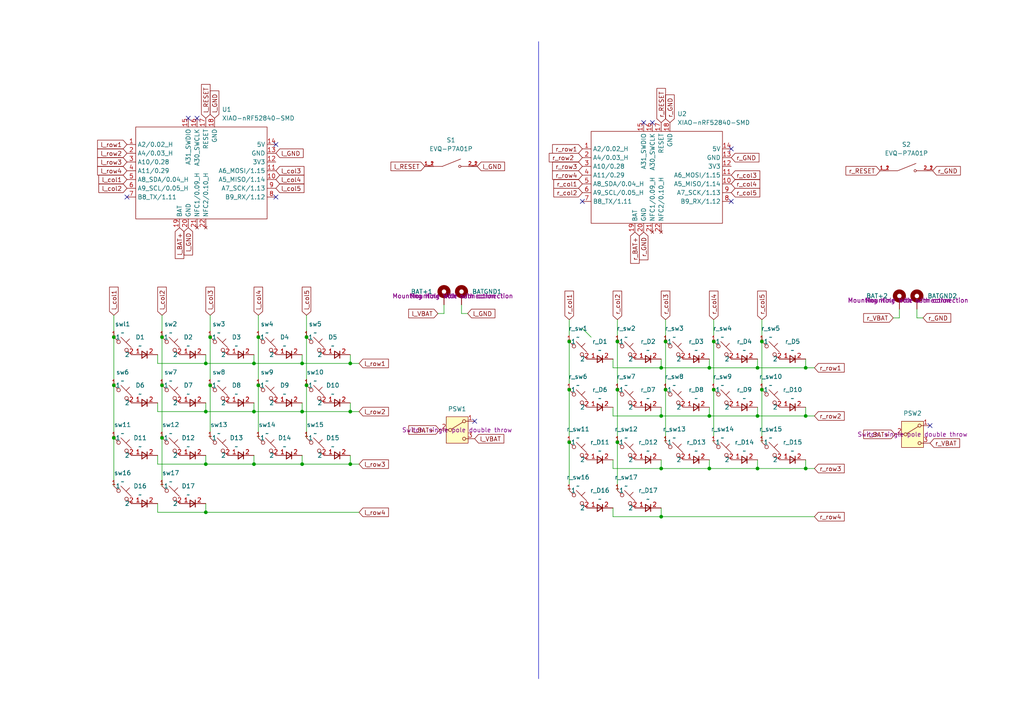
<source format=kicad_sch>
(kicad_sch (version 20250114) (generator "eeschema") (generator_version "9.0")
  (paper "A4")
  (lib_symbols
    (symbol "EVQ-P7A01P:EVQ-P7A01P" (pin_names (offset 1.016))
      (property "Reference" "S" (at -2.54 2.54 0))
      (property "Value" "EVQ-P7A01P" (at -2.54 -2.54 0))
      (symbol "EVQ-P7A01P_0_0"
        (polyline (pts (xy -2.54 0) (xy -5.08 0)) (stroke (width 0.1524)))
        (polyline (pts (xy -2.54 0) (xy 2.794 2.1336)) (stroke (width 0.1524)))
        (circle (center 2.54 0) (radius 0.3302) (stroke (width 0.1524)))
        (polyline (pts (xy 5.08 0) (xy 2.921 0)) (stroke (width 0.1524)))
        (pin passive line (at -7.62 0 0) (length 2.54) (name "~") (number "1_1"))
        (pin passive line (at -7.62 0 0) (length 2.54) (name "~") (number "1_2"))
        (pin passive line (at 7.62 0 180) (length 2.54) (name "~") (number "2_1"))
        (pin passive line (at 7.62 0 180) (length 2.54) (name "~") (number "2_2"))
      )
    )
    (symbol "Mechanical:MountingHole_Pad" (pin_numbers (hide yes)) (pin_names (offset 1.016) (hide yes)) (in_bom no)
      (property "Reference" "H" (at 0 6.35 0))
      (property "Value" "MountingHole_Pad" (at 0 4.445 0))
      (symbol "MountingHole_Pad_0_1"
        (circle (center 0 1.27) (radius 1.27) (stroke (width 1.27)))
      )
      (symbol "MountingHole_Pad_1_1"
        (pin input line (at 0 -2.54 90) (length 2.54) (name "1") (number "1"))
      )
    )
    (symbol "Switch:SW_SPDT" (pin_names (offset 0) (hide yes))
      (property "Reference" "SW" (at 0 5.08 0))
      (property "Value" "SW_SPDT" (at 0 -5.08 0))
      (symbol "SW_SPDT_0_1"
        (circle (center -2.032 0) (radius 0.4572))
        (polyline (pts (xy -1.651 0.254) (xy 1.651 2.286)))
        (circle (center 2.032 2.54) (radius 0.4572))
        (circle (center 2.032 -2.54) (radius 0.4572))
      )
      (symbol "SW_SPDT_1_1"
        (rectangle (start -3.175 3.81) (end 3.175 -3.81) (fill (type background)))
        (pin passive line (at -5.08 0 0) (length 2.54) (name "B") (number "2"))
        (pin passive line (at 5.08 2.54 180) (length 2.54) (name "A") (number "1"))
        (pin passive line (at 5.08 -2.54 180) (length 2.54) (name "C") (number "3"))
      )
    )
    (symbol "chocopi:d" (pin_names (hide yes))
      (property "Reference" "D" (at 0 0 0))
      (symbol "d_0_1"
        (polyline (pts (xy 0.508 -4.826) (xy 2.032 -3.81) (xy 0.508 -2.794) (xy 0.508 -4.826)) (stroke (width 0.254)))
        (polyline (pts (xy 2.032 -4.826) (xy 2.032 -2.794)) (stroke (width 0.254)))
      )
      (symbol "d_1_1"
        (pin passive line (at -2.54 -3.81 0) (length 3.81) (name "K") (number "1"))
        (pin passive line (at 5.08 -3.81 180) (length 3.81) (name "A") (number "2"))
      )
    )
    (symbol "chocopi:sw"
      (property "Reference" "sw" (at 0 0 0))
      (symbol "sw_0_1"
        (polyline (pts (xy -3.81 -2.54) (xy -2.794 -3.556) (xy -2.794 -3.556)))
        (circle (center -2.4384 -3.9116) (radius 0.508))
        (polyline (pts (xy -1.778 -2.54) (xy 1.27 -5.588)))
        (polyline (pts (xy -0.254 -4.064) (xy 0.762 -3.048)))
        (circle (center -0.127 -6.2738) (radius 0.508))
        (polyline (pts (xy 0.254 -6.604) (xy 1.27 -7.62) (xy 1.27 -7.62) (xy 1.27 -7.62)))
        (pin passive line (at -3.81 -2.54 0) (length 0) (name "1") (number "1"))
        (pin passive line (at 1.27 -7.62 180) (length 0) (name "2") (number "2"))
      )
    )
    (symbol "chocopi:xiao"
      (property "Reference" "U" (at 0 0 0))
      (symbol "xiao_0_1"
        (rectangle (start -2.54 -5.08) (end 35.56 -31.75))
      )
      (symbol "xiao_1_1"
        (pin bidirectional line (at -5.08 -10.16 0) (length 2.54) (name "A2/0.02_H") (number "1"))
        (pin bidirectional line (at -5.08 -12.7 0) (length 2.54) (name "A4/0.03_H") (number "2"))
        (pin bidirectional line (at -5.08 -15.24 0) (length 2.54) (name "A10/0.28") (number "3"))
        (pin bidirectional line (at -5.08 -17.78 0) (length 2.54) (name "A11/0.29") (number "4"))
        (pin bidirectional line (at -5.08 -20.32 0) (length 2.54) (name "A8_SDA/0.04_H") (number "5"))
        (pin bidirectional line (at -5.08 -22.86 0) (length 2.54) (name "A9_SCL/0.05_H") (number "6"))
        (pin bidirectional line (at -5.08 -25.4 0) (length 2.54) (name "B8_TX/1.11") (number "7"))
        (pin bidirectional line (at 10.16 -34.29 90) (length 2.54) (name "BAT") (number "19"))
        (pin input line (at 12.7 -2.54 270) (length 2.54) (name "A31_SWDIO") (number "15"))
        (pin power_out line (at 12.7 -34.29 90) (length 2.54) (name "GND") (number "20"))
        (pin input line (at 15.24 -2.54 270) (length 2.54) (name "A30_SWCLK") (number "16"))
        (pin no_connect line (at 15.24 -34.29 90) (length 2.54) (name "NFC1/0.09_H") (number "21"))
        (pin input line (at 17.78 -2.54 270) (length 2.54) (name "RESET") (number "17"))
        (pin no_connect line (at 17.78 -34.29 90) (length 2.54) (name "NFC2/0.10_H") (number "22"))
        (pin power_out line (at 20.32 -2.54 270) (length 2.54) (name "GND") (number "18"))
        (pin power_out line (at 38.1 -10.16 180) (length 2.54) (name "5V") (number "14"))
        (pin power_out line (at 38.1 -12.7 180) (length 2.54) (name "GND") (number "13"))
        (pin power_out line (at 38.1 -15.24 180) (length 2.54) (name "3V3") (number "12"))
        (pin bidirectional line (at 38.1 -17.78 180) (length 2.54) (name "A6_MOSI/1.15") (number "11"))
        (pin bidirectional line (at 38.1 -20.32 180) (length 2.54) (name "A5_MISO/1.14") (number "10"))
        (pin bidirectional line (at 38.1 -22.86 180) (length 2.54) (name "A7_SCK/1.13") (number "9"))
        (pin bidirectional line (at 38.1 -25.4 180) (length 2.54) (name "B9_RX/1.12") (number "8"))
      )
    )
  )
  (junction (at 220.98 99.06))
  (junction (at 74.93 97.79))
  (junction (at 179.07 99.06))
  (junction (at 219.71 135.89))
  (junction (at 88.9 97.79))
  (junction (at 87.63 134.62))
  (junction (at 191.77 135.89))
  (junction (at 220.98 113.03))
  (junction (at 46.99 127))
  (junction (at 191.77 106.68))
  (junction (at 33.02 127))
  (junction (at 233.68 135.89))
  (junction (at 60.96 97.79))
  (junction (at 87.63 105.41))
  (junction (at 74.93 111.76))
  (junction (at 165.1 99.06))
  (junction (at 101.6 134.62))
  (junction (at 179.07 128.27))
  (junction (at 165.1 113.03))
  (junction (at 219.71 120.65))
  (junction (at 59.69 134.62))
  (junction (at 33.02 97.79))
  (junction (at 33.02 111.76))
  (junction (at 59.69 148.59))
  (junction (at 219.71 106.68))
  (junction (at 73.66 119.38))
  (junction (at 193.04 99.06))
  (junction (at 205.74 120.65))
  (junction (at 233.68 120.65))
  (junction (at 59.69 105.41))
  (junction (at 59.69 119.38))
  (junction (at 60.96 111.76))
  (junction (at 46.99 111.76))
  (junction (at 88.9 111.76))
  (junction (at 165.1 128.27))
  (junction (at 191.77 120.65))
  (junction (at 233.68 106.68))
  (junction (at 101.6 119.38))
  (junction (at 205.74 135.89))
  (junction (at 191.77 149.86))
  (junction (at 87.63 119.38))
  (junction (at 101.6 105.41))
  (junction (at 46.99 97.79))
  (junction (at 207.01 99.06))
  (junction (at 207.01 113.03))
  (junction (at 205.74 106.68))
  (junction (at 73.66 134.62))
  (junction (at 73.66 105.41))
  (junction (at 179.07 113.03))
  (junction (at 193.04 113.03))
  (no_connect (at 80.01 41.91))
  (no_connect (at 186.69 35.56))
  (no_connect (at 57.15 34.29))
  (no_connect (at 80.01 57.15))
  (no_connect (at 212.09 58.42))
  (no_connect (at 269.748 123.444))
  (no_connect (at 168.91 58.42))
  (no_connect (at 212.09 43.18))
  (no_connect (at 137.668 122.174))
  (no_connect (at 54.61 34.29))
  (no_connect (at 189.23 35.56))
  (no_connect (at 36.83 57.15))
  (bus_entry (at 168.91 95.25) (size 2.54 2.54))
  (wire (pts (xy 33.02 127) (xy 33.02 140.97)))
  (wire (pts (xy 205.74 118.11) (xy 205.74 120.65)))
  (wire (pts (xy 259.08 92.202) (xy 260.858 92.202)))
  (wire (pts (xy 60.96 91.44) (xy 60.96 97.79)))
  (wire (pts (xy 191.77 120.65) (xy 205.74 120.65)))
  (wire (pts (xy 220.98 99.06) (xy 220.98 113.03)))
  (wire (pts (xy 87.63 116.84) (xy 87.63 119.38)))
  (wire (pts (xy 191.77 118.11) (xy 191.77 120.65)))
  (wire (pts (xy 128.778 90.932) (xy 128.778 88.392)))
  (wire (pts (xy 101.6 105.41) (xy 104.14 105.41)))
  (wire (pts (xy 101.6 119.38) (xy 104.14 119.38)))
  (wire (pts (xy 87.63 134.62) (xy 101.6 134.62)))
  (wire (pts (xy 219.71 133.35) (xy 219.71 135.89)))
  (wire (pts (xy 191.77 133.35) (xy 191.77 135.89)))
  (wire (pts (xy 46.99 97.79) (xy 46.99 111.76)))
  (wire (pts (xy 45.72 134.62) (xy 45.72 132.08)))
  (wire (pts (xy 33.02 111.76) (xy 33.02 127)))
  (wire (pts (xy 45.72 119.38) (xy 59.69 119.38)))
  (wire (pts (xy 207.01 92.71) (xy 207.01 99.06)))
  (wire (pts (xy 220.98 92.71) (xy 220.98 99.06)))
  (wire (pts (xy 233.68 135.89) (xy 233.68 133.35)))
  (wire (pts (xy 74.93 111.76) (xy 74.93 127)))
  (wire (pts (xy 219.71 120.65) (xy 233.68 120.65)))
  (wire (pts (xy 88.9 97.79) (xy 88.9 111.76)))
  (wire (pts (xy 191.77 147.32) (xy 191.77 149.86)))
  (wire (pts (xy 179.07 99.06) (xy 179.07 113.03)))
  (wire (pts (xy 60.96 97.79) (xy 60.96 111.76)))
  (wire (pts (xy 45.72 105.41) (xy 45.72 102.87)))
  (wire (pts (xy 73.66 119.38) (xy 87.63 119.38)))
  (wire (pts (xy 177.8 106.68) (xy 191.77 106.68)))
  (wire (pts (xy 177.8 149.86) (xy 191.77 149.86)))
  (wire (pts (xy 133.858 90.932) (xy 135.636 90.932)))
  (wire (pts (xy 101.6 119.38) (xy 101.6 116.84)))
  (wire (pts (xy 73.66 132.08) (xy 73.66 134.62)))
  (wire (pts (xy 207.01 113.03) (xy 207.01 128.27)))
  (wire (pts (xy 73.66 134.62) (xy 87.63 134.62)))
  (wire (pts (xy 45.72 119.38) (xy 45.72 116.84)))
  (wire (pts (xy 177.8 120.65) (xy 177.8 118.11)))
  (wire (pts (xy 177.8 149.86) (xy 177.8 147.32)))
  (wire (pts (xy 233.68 106.68) (xy 236.22 106.68)))
  (wire (pts (xy 265.938 92.202) (xy 267.716 92.202)))
  (wire (pts (xy 207.01 99.06) (xy 207.01 113.03)))
  (wire (pts (xy 133.858 88.392) (xy 133.858 90.932)))
  (wire (pts (xy 179.07 113.03) (xy 179.07 128.27)))
  (wire (pts (xy 101.6 105.41) (xy 101.6 102.87)))
  (wire (pts (xy 59.69 105.41) (xy 73.66 105.41)))
  (wire (pts (xy 73.66 102.87) (xy 73.66 105.41)))
  (wire (pts (xy 193.04 113.03) (xy 193.04 128.27)))
  (wire (pts (xy 233.68 120.65) (xy 236.22 120.65)))
  (wire (pts (xy 177.8 135.89) (xy 177.8 133.35)))
  (wire (pts (xy 45.72 134.62) (xy 59.69 134.62)))
  (wire (pts (xy 165.1 99.06) (xy 165.1 113.03)))
  (wire (pts (xy 87.63 102.87) (xy 87.63 105.41)))
  (wire (pts (xy 219.71 104.14) (xy 219.71 106.68)))
  (wire (pts (xy 87.63 105.41) (xy 101.6 105.41)))
  (wire (pts (xy 59.69 134.62) (xy 73.66 134.62)))
  (wire (pts (xy 73.66 116.84) (xy 73.66 119.38)))
  (wire (pts (xy 45.72 105.41) (xy 59.69 105.41)))
  (wire (pts (xy 191.77 135.89) (xy 205.74 135.89)))
  (wire (pts (xy 45.72 148.59) (xy 59.69 148.59)))
  (wire (pts (xy 179.07 128.27) (xy 179.07 142.24)))
  (wire (pts (xy 33.02 97.79) (xy 33.02 111.76)))
  (wire (pts (xy 205.74 135.89) (xy 219.71 135.89)))
  (wire (pts (xy 59.69 146.05) (xy 59.69 148.59)))
  (wire (pts (xy 59.69 132.08) (xy 59.69 134.62)))
  (wire (pts (xy 205.74 133.35) (xy 205.74 135.89)))
  (wire (pts (xy 219.71 106.68) (xy 233.68 106.68)))
  (wire (pts (xy 205.74 104.14) (xy 205.74 106.68)))
  (wire (pts (xy 165.1 128.27) (xy 165.1 142.24)))
  (wire (pts (xy 59.69 102.87) (xy 59.69 105.41)))
  (wire (pts (xy 46.99 127) (xy 46.99 140.97)))
  (wire (pts (xy 101.6 134.62) (xy 101.6 132.08)))
  (wire (pts (xy 179.07 92.71) (xy 179.07 99.06)))
  (wire (pts (xy 127 90.932) (xy 128.778 90.932)))
  (wire (pts (xy 74.93 91.44) (xy 74.93 97.79)))
  (wire (pts (xy 87.63 132.08) (xy 87.63 134.62)))
  (wire (pts (xy 205.74 120.65) (xy 219.71 120.65)))
  (wire (pts (xy 101.6 134.62) (xy 104.14 134.62)))
  (wire (pts (xy 73.66 105.41) (xy 87.63 105.41)))
  (wire (pts (xy 33.02 91.44) (xy 33.02 97.79)))
  (wire (pts (xy 87.63 119.38) (xy 101.6 119.38)))
  (wire (pts (xy 88.9 111.76) (xy 88.9 127)))
  (wire (pts (xy 219.71 118.11) (xy 219.71 120.65)))
  (polyline (pts (xy 156.21 12.065) (xy 156.21 196.85)))
  (wire (pts (xy 193.04 99.06) (xy 193.04 113.03)))
  (wire (pts (xy 177.8 120.65) (xy 191.77 120.65)))
  (wire (pts (xy 59.69 116.84) (xy 59.69 119.38)))
  (wire (pts (xy 165.1 113.03) (xy 165.1 128.27)))
  (wire (pts (xy 59.69 148.59) (xy 104.14 148.59)))
  (wire (pts (xy 260.858 92.202) (xy 260.858 89.662)))
  (wire (pts (xy 74.93 97.79) (xy 74.93 111.76)))
  (wire (pts (xy 46.99 91.44) (xy 46.99 97.79)))
  (wire (pts (xy 191.77 106.68) (xy 205.74 106.68)))
  (wire (pts (xy 220.98 113.03) (xy 220.98 128.27)))
  (wire (pts (xy 60.96 111.76) (xy 60.96 127)))
  (wire (pts (xy 177.8 135.89) (xy 191.77 135.89)))
  (wire (pts (xy 205.74 106.68) (xy 219.71 106.68)))
  (wire (pts (xy 191.77 149.86) (xy 236.22 149.86)))
  (wire (pts (xy 191.77 104.14) (xy 191.77 106.68)))
  (wire (pts (xy 265.938 89.662) (xy 265.938 92.202)))
  (wire (pts (xy 45.72 148.59) (xy 45.72 146.05)))
  (wire (pts (xy 177.8 106.68) (xy 177.8 104.14)))
  (wire (pts (xy 233.68 106.68) (xy 233.68 104.14)))
  (wire (pts (xy 59.69 119.38) (xy 73.66 119.38)))
  (wire (pts (xy 219.71 135.89) (xy 233.68 135.89)))
  (wire (pts (xy 88.9 91.44) (xy 88.9 97.79)))
  (wire (pts (xy 165.1 92.71) (xy 165.1 99.06)))
  (wire (pts (xy 46.99 111.76) (xy 46.99 127)))
  (wire (pts (xy 233.68 135.89) (xy 236.22 135.89)))
  (wire (pts (xy 193.04 92.71) (xy 193.04 99.06)))
  (wire (pts (xy 233.68 120.65) (xy 233.68 118.11)))
  (global_label "r_GND" (shape input) (at 270.51 49.53 0) (property "Intersheetrefs" "${INTERSHEET_REFS}" (effects (hide yes))))
  (global_label "l_col1" (shape input) (at 33.02 91.44 90) (property "Intersheetrefs" "${INTERSHEET_REFS}" (effects (hide yes))))
  (global_label "l_VBAT" (shape input) (at 127 90.932 180) (property "Intersheetrefs" "${INTERSHEET_REFS}" (effects (hide yes))))
  (global_label "l_row3" (shape input) (at 36.83 46.99 180) (property "Intersheetrefs" "${INTERSHEET_REFS}" (effects (hide yes))))
  (global_label "l_BAT+" (shape input) (at 127.508 124.714 180) (property "Intersheetrefs" "${INTERSHEET_REFS}" (effects (hide yes))))
  (global_label "r_row4" (shape input) (at 168.91 50.8 180) (property "Intersheetrefs" "${INTERSHEET_REFS}" (effects (hide yes))))
  (global_label "l_col3" (shape input) (at 80.01 49.53 0) (property "Intersheetrefs" "${INTERSHEET_REFS}" (effects (hide yes))))
  (global_label "l_col1" (shape input) (at 36.83 52.07 180) (property "Intersheetrefs" "${INTERSHEET_REFS}" (effects (hide yes))))
  (global_label "l_GND" (shape input) (at 138.43 48.26 0) (property "Intersheetrefs" "${INTERSHEET_REFS}" (effects (hide yes))))
  (global_label "r_row4" (shape input) (at 236.22 149.86 0) (property "Intersheetrefs" "${INTERSHEET_REFS}" (effects (hide yes))))
  (global_label "r_GND" (shape input) (at 267.716 92.202 0) (property "Intersheetrefs" "${INTERSHEET_REFS}" (effects (hide yes))))
  (global_label "l_row2" (shape input) (at 36.83 44.45 180) (property "Intersheetrefs" "${INTERSHEET_REFS}" (effects (hide yes))))
  (global_label "l_col2" (shape input) (at 36.83 54.61 180) (property "Intersheetrefs" "${INTERSHEET_REFS}" (effects (hide yes))))
  (global_label "l_GND" (shape input) (at 135.636 90.932 0) (property "Intersheetrefs" "${INTERSHEET_REFS}" (effects (hide yes))))
  (global_label "l_row2" (shape input) (at 104.14 119.38 0) (property "Intersheetrefs" "${INTERSHEET_REFS}" (effects (hide yes))))
  (global_label "r_GND" (shape input) (at 194.31 35.56 90) (property "Intersheetrefs" "${INTERSHEET_REFS}" (effects (hide yes))))
  (global_label "r_GND" (shape input) (at 186.69 67.31 270) (property "Intersheetrefs" "${INTERSHEET_REFS}" (effects (hide yes))))
  (global_label "r_BAT+" (shape input) (at 259.588 125.984 180) (property "Intersheetrefs" "${INTERSHEET_REFS}" (effects (hide yes))))
  (global_label "r_RESET" (shape input) (at 255.27 49.53 180) (property "Intersheetrefs" "${INTERSHEET_REFS}" (effects (hide yes))))
  (global_label "r_col5" (shape input) (at 220.98 92.71 90) (property "Intersheetrefs" "${INTERSHEET_REFS}" (effects (hide yes))))
  (global_label "r_GND" (shape input) (at 212.09 45.72 0) (property "Intersheetrefs" "${INTERSHEET_REFS}" (effects (hide yes))))
  (global_label "r_row1" (shape input) (at 168.91 43.18 180) (property "Intersheetrefs" "${INTERSHEET_REFS}" (effects (hide yes))))
  (global_label "r_col1" (shape input) (at 168.91 53.34 180) (property "Intersheetrefs" "${INTERSHEET_REFS}" (effects (hide yes))))
  (global_label "l_GND" (shape input) (at 62.23 34.29 90) (property "Intersheetrefs" "${INTERSHEET_REFS}" (effects (hide yes))))
  (global_label "r_row2 " (shape input) (at 168.91 45.72 180) (property "Intersheetrefs" "${INTERSHEET_REFS}" (effects (hide yes))))
  (global_label "r_row3" (shape input) (at 236.22 135.89 0) (property "Intersheetrefs" "${INTERSHEET_REFS}" (effects (hide yes))))
  (global_label "l_col4" (shape input) (at 74.93 91.44 90) (property "Intersheetrefs" "${INTERSHEET_REFS}" (effects (hide yes))))
  (global_label "l_row1" (shape input) (at 104.14 105.41 0) (property "Intersheetrefs" "${INTERSHEET_REFS}" (effects (hide yes))))
  (global_label "l_GND" (shape input) (at 54.61 66.04 270) (property "Intersheetrefs" "${INTERSHEET_REFS}" (effects (hide yes))))
  (global_label "r_col2" (shape input) (at 168.91 55.88 180) (property "Intersheetrefs" "${INTERSHEET_REFS}" (effects (hide yes))))
  (global_label "l_col5" (shape input) (at 88.9 91.44 90) (property "Intersheetrefs" "${INTERSHEET_REFS}" (effects (hide yes))))
  (global_label "r_col1" (shape input) (at 165.1 92.71 90) (property "Intersheetrefs" "${INTERSHEET_REFS}" (effects (hide yes))))
  (global_label "l_GND" (shape input) (at 80.01 44.45 0) (property "Intersheetrefs" "${INTERSHEET_REFS}" (effects (hide yes))))
  (global_label "r_col4" (shape input) (at 212.09 53.34 0) (property "Intersheetrefs" "${INTERSHEET_REFS}" (effects (hide yes))))
  (global_label "l_col3" (shape input) (at 60.96 91.44 90) (property "Intersheetrefs" "${INTERSHEET_REFS}" (effects (hide yes))))
  (global_label "r_VBAT" (shape input) (at 259.08 92.202 180) (property "Intersheetrefs" "${INTERSHEET_REFS}" (effects (hide yes))))
  (global_label "r_row3" (shape input) (at 168.91 48.26 180) (property "Intersheetrefs" "${INTERSHEET_REFS}" (effects (hide yes))))
  (global_label "l_row1" (shape input) (at 36.83 41.91 180) (property "Intersheetrefs" "${INTERSHEET_REFS}" (effects (hide yes))))
  (global_label "l_RESET" (shape input) (at 59.69 34.29 90) (property "Intersheetrefs" "${INTERSHEET_REFS}" (effects (hide yes))))
  (global_label "l_col5" (shape input) (at 80.01 54.61 0) (property "Intersheetrefs" "${INTERSHEET_REFS}" (effects (hide yes))))
  (global_label "l_BAT+" (shape input) (at 52.07 66.04 270) (property "Intersheetrefs" "${INTERSHEET_REFS}" (effects (hide yes))))
  (global_label "r_col2" (shape input) (at 179.07 92.71 90) (property "Intersheetrefs" "${INTERSHEET_REFS}" (effects (hide yes))))
  (global_label "l_col2" (shape input) (at 46.99 91.44 90) (property "Intersheetrefs" "${INTERSHEET_REFS}" (effects (hide yes))))
  (global_label "l_VBAT" (shape input) (at 137.668 127.254 0) (property "Intersheetrefs" "${INTERSHEET_REFS}" (effects (hide yes))))
  (global_label "r_col3" (shape input) (at 212.09 50.8 0) (property "Intersheetrefs" "${INTERSHEET_REFS}" (effects (hide yes))))
  (global_label "l_row4" (shape input) (at 36.83 49.53 180) (property "Intersheetrefs" "${INTERSHEET_REFS}" (effects (hide yes))))
  (global_label "r_col4" (shape input) (at 207.01 92.71 90) (property "Intersheetrefs" "${INTERSHEET_REFS}" (effects (hide yes))))
  (global_label "l_row3" (shape input) (at 104.14 134.62 0) (property "Intersheetrefs" "${INTERSHEET_REFS}" (effects (hide yes))))
  (global_label "l_row4" (shape input) (at 104.14 148.59 0) (property "Intersheetrefs" "${INTERSHEET_REFS}" (effects (hide yes))))
  (global_label "r_VBAT" (shape input) (at 269.748 128.524 0) (property "Intersheetrefs" "${INTERSHEET_REFS}" (effects (hide yes))))
  (global_label "l_RESET" (shape input) (at 123.19 48.26 180) (property "Intersheetrefs" "${INTERSHEET_REFS}" (effects (hide yes))))
  (global_label "r_col5" (shape input) (at 212.09 55.88 0) (property "Intersheetrefs" "${INTERSHEET_REFS}" (effects (hide yes))))
  (global_label "r_col3" (shape input) (at 193.04 92.71 90) (property "Intersheetrefs" "${INTERSHEET_REFS}" (effects (hide yes))))
  (global_label "l_col4" (shape input) (at 80.01 52.07 0) (property "Intersheetrefs" "${INTERSHEET_REFS}" (effects (hide yes))))
  (global_label "r_RESET" (shape input) (at 191.77 35.56 90) (property "Intersheetrefs" "${INTERSHEET_REFS}" (effects (hide yes))))
  (global_label "r_BAT+" (shape input) (at 184.15 67.31 270) (property "Intersheetrefs" "${INTERSHEET_REFS}" (effects (hide yes))))
  (global_label "r_row1" (shape input) (at 236.22 106.68 0) (property "Intersheetrefs" "${INTERSHEET_REFS}" (effects (hide yes))))
  (global_label "r_row2" (shape input) (at 236.22 120.65 0) (property "Intersheetrefs" "${INTERSHEET_REFS}" (effects (hide yes))))
  (symbol (lib_id "chocopi:sw") (at 36.83 109.22 0) (unit 1)
    (property "Reference" "sw6" (at 35.56 107.95 0))
    (property "Value" "~" (at 35.56 110.49 0))
    (property "Footprint" "chocopi:Cherry_ULP_SMD" (effects (hide yes)))
  )
  (symbol (lib_id "Mechanical:MountingHole_Pad") (at 265.938 87.122 0) (unit 1)
    (property "Reference" "BATGND2" (at 268.986 85.852 0) (effects (justify left)))
    (property "Value" "-" (effects (hide yes)))
    (property "Footprint" "chocopi:BatteryPad" (effects (hide yes)))
    (property "Description" "Mounting Hole with connection" (at 265.938 87.122 0))
  )
  (symbol (lib_id "Switch:SW_SPDT") (at 132.588 124.714 0) (unit 1)
    (property "Reference" "PSW1" (at 132.588 118.618 0))
    (property "Value" "SW_SPDT" (effects (hide yes)))
    (property "Footprint" "chocopi:MSK12C02" (effects (hide yes)))
    (property "Description" "Switch, single pole double throw" (at 132.588 124.714 0))
  )
  (symbol (lib_id "Mechanical:MountingHole_Pad") (at 128.778 85.852 0) (unit 1)
    (property "Reference" "BAT+1" (at 125.476 84.582 0) (effects (justify right)))
    (property "Value" "+" (effects (hide yes)))
    (property "Footprint" "chocopi:BatteryPad" (effects (hide yes)))
    (property "Description" "Mounting Hole with connection" (at 128.778 85.852 0))
  )
  (symbol (lib_id "chocopi:sw") (at 224.79 110.49 0) (unit 1)
    (property "Reference" "r_sw10" (at 223.52 109.22 0))
    (property "Value" "~" (at 223.52 111.76 0))
    (property "Footprint" "chocopi:Cherry_ULP_SMD" (effects (hide yes)))
  )
  (symbol (lib_id "chocopi:d") (at 68.58 113.03 0) (unit 1)
    (property "Reference" "D8" (at 68.58 111.76 0))
    (property "Value" "~" (at 68.58 114.3 0))
    (property "Footprint" "chocopi:Diode_SOD123" (effects (hide yes)))
  )
  (symbol (lib_id "Mechanical:MountingHole_Pad") (at 133.858 85.852 0) (unit 1)
    (property "Reference" "BATGND1" (at 136.906 84.582 0) (effects (justify left)))
    (property "Value" "-" (effects (hide yes)))
    (property "Footprint" "chocopi:BatteryPad" (effects (hide yes)))
    (property "Description" "Mounting Hole with connection" (at 133.858 85.852 0))
  )
  (symbol (lib_id "chocopi:d") (at 40.64 99.06 0) (unit 1)
    (property "Reference" "D1" (at 40.64 97.79 0))
    (property "Value" "~" (at 40.64 100.33 0))
    (property "Footprint" "chocopi:Diode_SOD123" (effects (hide yes)))
  )
  (symbol (lib_id "chocopi:d") (at 200.66 114.3 0) (unit 1)
    (property "Reference" "r_D8" (at 201.93 113.03 0))
    (property "Value" "~" (at 201.93 115.57 0))
    (property "Footprint" "chocopi:Diode_SOD123" (effects (hide yes)))
  )
  (symbol (lib_id "chocopi:sw") (at 78.74 95.25 0) (unit 1)
    (property "Reference" "sw4" (at 77.47 93.98 0))
    (property "Value" "~" (at 77.47 96.52 0))
    (property "Footprint" "chocopi:Cherry_ULP_SMD" (effects (hide yes)))
  )
  (symbol (lib_id "chocopi:sw") (at 36.83 138.43 0) (unit 1)
    (property "Reference" "sw16" (at 35.56 137.16 0))
    (property "Value" "~" (at 35.56 139.7 0))
    (property "Footprint" "chocopi:Cherry_ULP_SMD" (effects (hide yes)))
  )
  (symbol (lib_id "chocopi:sw") (at 196.85 110.49 0) (unit 1)
    (property "Reference" "r_sw8" (at 195.58 109.22 0))
    (property "Value" "~" (at 195.58 111.76 0))
    (property "Footprint" "chocopi:Cherry_ULP_SMD" (effects (hide yes)))
  )
  (symbol (lib_id "Switch:SW_SPDT") (at 264.668 125.984 0) (unit 1)
    (property "Reference" "PSW2" (at 264.668 119.888 0))
    (property "Value" "SW_SPDT" (effects (hide yes)))
    (property "Footprint" "chocopi:MSK12C02" (effects (hide yes)))
    (property "Description" "Switch, single pole double throw" (at 264.668 125.984 0))
  )
  (symbol (lib_id "chocopi:sw") (at 210.82 96.52 0) (unit 1)
    (property "Reference" "r_sw4" (at 209.55 95.25 0))
    (property "Value" "~" (at 209.55 97.79 0))
    (property "Footprint" "chocopi:Cherry_ULP_SMD" (effects (hide yes)))
  )
  (symbol (lib_id "chocopi:d") (at 214.63 114.3 0) (unit 1)
    (property "Reference" "r_D9" (at 215.9 113.03 0))
    (property "Value" "~" (at 215.9 115.57 0))
    (property "Footprint" "chocopi:Diode_SOD123" (effects (hide yes)))
  )
  (symbol (lib_id "chocopi:sw") (at 182.88 110.49 0) (unit 1)
    (property "Reference" "r_sw7" (at 181.61 109.22 0))
    (property "Value" "~" (at 181.61 111.76 0))
    (property "Footprint" "chocopi:Cherry_ULP_SMD" (effects (hide yes)))
  )
  (symbol (lib_id "chocopi:sw") (at 210.82 110.49 0) (unit 1)
    (property "Reference" "r_sw9" (at 209.55 109.22 0))
    (property "Value" "~" (at 209.55 111.76 0))
    (property "Footprint" "chocopi:Cherry_ULP_SMD" (effects (hide yes)))
  )
  (symbol (lib_id "chocopi:sw") (at 64.77 95.25 0) (unit 1)
    (property "Reference" "sw3" (at 63.5 93.98 0))
    (property "Value" "~" (at 63.5 96.52 0))
    (property "Footprint" "chocopi:Cherry_ULP_SMD" (effects (hide yes)))
  )
  (symbol (lib_id "chocopi:d") (at 186.69 143.51 0) (unit 1)
    (property "Reference" "r_D17" (at 187.96 142.24 0))
    (property "Value" "~" (at 187.96 144.78 0))
    (property "Footprint" "chocopi:Diode_SOD123" (effects (hide yes)))
  )
  (symbol (lib_id "chocopi:sw") (at 210.82 125.73 0) (unit 1)
    (property "Reference" "r_sw14" (at 209.55 124.46 0))
    (property "Value" "~" (at 209.55 127 0))
    (property "Footprint" "chocopi:Cherry_ULP_SMD" (effects (hide yes)))
  )
  (symbol (lib_id "chocopi:sw") (at 50.8 95.25 0) (unit 1)
    (property "Reference" "sw2" (at 49.53 93.98 0))
    (property "Value" "~" (at 49.53 96.52 0))
    (property "Footprint" "chocopi:Cherry_ULP_SMD" (effects (hide yes)))
  )
  (symbol (lib_id "chocopi:d") (at 40.64 128.27 0) (unit 1)
    (property "Reference" "D11" (at 40.64 127 0))
    (property "Value" "~" (at 40.64 129.54 0))
    (property "Footprint" "chocopi:Diode_SOD123" (effects (hide yes)))
  )
  (symbol (lib_id "chocopi:d") (at 40.64 113.03 0) (unit 1)
    (property "Reference" "D6" (at 40.64 111.76 0))
    (property "Value" "~" (at 40.64 114.3 0))
    (property "Footprint" "chocopi:Diode_SOD123" (effects (hide yes)))
  )
  (symbol (lib_id "EVQ-P7A01P:EVQ-P7A01P") (at 130.81 48.26 0) (unit 1)
    (property "Reference" "S1" (at 130.81 40.64 0))
    (property "Value" "EVQ-P7A01P" (at 130.81 43.18 0))
    (property "Footprint" "chocopi:SW_EVQ-P7A01P" (effects (hide yes)))
    (property "MF" "Panasonic Electronic Components" (effects (hide yes)))
    (property "MAXIMUM_PACKAGE_HEIGHT" "1.35mm" (effects (hide yes)))
    (property "Package" "None" (effects (hide yes)))
    (property "Price" "None" (effects (hide yes)))
    (property "Check_prices" "https://www.snapeda.com/parts/EVQ-P7A01P/Panasonic+Electronic+Components/view-part/?ref=eda" (effects (hide yes)))
    (property "STANDARD" "Manufacturer Recommendations" (effects (hide yes)))
    (property "PARTREV" "2022.4" (effects (hide yes)))
    (property "SnapEDA_Link" "https://www.snapeda.com/parts/EVQ-P7A01P/Panasonic+Electronic+Components/view-part/?ref=snap" (effects (hide yes)))
    (property "MP" "EVQ-P7A01P" (effects (hide yes)))
    (property "Description_1" "Switch;Tactile;3.5x2.9mm;Right Angle;Light Touch Switch | Panasonic Electronic Components EVQ-P7A01P" (effects (hide yes)))
    (property "Availability" "In Stock" (effects (hide yes)))
    (property "MANUFACTURER" "Panasonic Electronic Components" (effects (hide yes)))
  )
  (symbol (lib_id "chocopi:d") (at 54.61 142.24 0) (unit 1)
    (property "Reference" "D17" (at 54.61 140.97 0))
    (property "Value" "~" (at 54.61 143.51 0))
    (property "Footprint" "chocopi:Diode_SOD123" (effects (hide yes)))
  )
  (symbol (lib_id "chocopi:d") (at 82.55 113.03 0) (unit 1)
    (property "Reference" "D9" (at 82.55 111.76 0))
    (property "Value" "~" (at 82.55 114.3 0))
    (property "Footprint" "chocopi:Diode_SOD123" (effects (hide yes)))
  )
  (symbol (lib_id "chocopi:d") (at 172.72 114.3 0) (unit 1)
    (property "Reference" "r_D6" (at 173.99 113.03 0))
    (property "Value" "~" (at 173.99 115.57 0))
    (property "Footprint" "chocopi:Diode_SOD123" (effects (hide yes)))
  )
  (symbol (lib_id "chocopi:sw") (at 50.8 124.46 0) (unit 1)
    (property "Reference" "sw12" (at 49.53 123.19 0))
    (property "Value" "~" (at 49.53 125.73 0))
    (property "Footprint" "chocopi:Cherry_ULP_SMD" (effects (hide yes)))
  )
  (symbol (lib_id "chocopi:sw") (at 224.79 96.52 0) (unit 1)
    (property "Reference" "r_sw5" (at 223.52 95.25 0))
    (property "Value" "~" (at 223.52 97.79 0))
    (property "Footprint" "chocopi:Cherry_ULP_SMD" (effects (hide yes)))
  )
  (symbol (lib_id "chocopi:d") (at 54.61 99.06 0) (unit 1)
    (property "Reference" "D2" (at 54.61 97.79 0))
    (property "Value" "~" (at 54.61 100.33 0))
    (property "Footprint" "chocopi:Diode_SOD123" (effects (hide yes)))
  )
  (symbol (lib_id "chocopi:d") (at 186.69 100.33 0) (unit 1)
    (property "Reference" "r_D2" (at 187.96 99.06 0))
    (property "Value" "~" (at 187.96 101.6 0))
    (property "Footprint" "chocopi:Diode_SOD123" (effects (hide yes)))
  )
  (symbol (lib_id "Mechanical:MountingHole_Pad") (at 260.858 87.122 0) (unit 1)
    (property "Reference" "BAT+2" (at 257.556 85.852 0) (effects (justify right)))
    (property "Value" "+" (effects (hide yes)))
    (property "Footprint" "chocopi:BatteryPad" (effects (hide yes)))
    (property "Description" "Mounting Hole with connection" (at 260.858 87.122 0))
  )
  (symbol (lib_id "chocopi:sw") (at 182.88 139.7 0) (unit 1)
    (property "Reference" "r_sw17" (at 181.61 138.43 0))
    (property "Value" "~" (at 181.61 140.97 0))
    (property "Footprint" "chocopi:Cherry_ULP_SMD" (effects (hide yes)))
  )
  (symbol (lib_id "chocopi:xiao") (at 173.99 33.02 0) (unit 1)
    (property "Reference" "U2" (at 196.4533 33.02 0) (effects (justify left)))
    (property "Value" "XIAO-nRF52840-SMD" (at 196.4533 35.56 0) (effects (justify left)))
    (property "Footprint" "chocopi:xiao-ble-smd-cutout" (effects (hide yes)))
  )
  (symbol (lib_id "chocopi:sw") (at 168.91 125.73 0) (unit 1)
    (property "Reference" "r_sw11" (at 167.64 124.46 0))
    (property "Value" "~" (at 167.64 127 0))
    (property "Footprint" "chocopi:Cherry_ULP_SMD" (effects (hide yes)))
  )
  (symbol (lib_id "chocopi:sw") (at 182.88 125.73 0) (unit 1)
    (property "Reference" "r_sw12" (at 181.61 124.46 0))
    (property "Value" "~" (at 181.61 127 0))
    (property "Footprint" "chocopi:Cherry_ULP_SMD" (effects (hide yes)))
  )
  (symbol (lib_id "chocopi:d") (at 96.52 128.27 0) (unit 1)
    (property "Reference" "D15" (at 96.52 127 0))
    (property "Value" "~" (at 96.52 129.54 0))
    (property "Footprint" "chocopi:Diode_SOD123" (effects (hide yes)))
  )
  (symbol (lib_id "chocopi:d") (at 96.52 113.03 0) (unit 1)
    (property "Reference" "D10" (at 96.52 111.76 0))
    (property "Value" "~" (at 96.52 114.3 0))
    (property "Footprint" "chocopi:Diode_SOD123" (effects (hide yes)))
  )
  (symbol (lib_id "chocopi:d") (at 214.63 129.54 0) (unit 1)
    (property "Reference" "r_D14" (at 215.9 128.27 0))
    (property "Value" "~" (at 215.9 130.81 0))
    (property "Footprint" "chocopi:Diode_SOD123" (effects (hide yes)))
  )
  (symbol (lib_id "chocopi:d") (at 172.72 143.51 0) (unit 1)
    (property "Reference" "r_D16" (at 173.99 142.24 0))
    (property "Value" "~" (at 173.99 144.78 0))
    (property "Footprint" "chocopi:Diode_SOD123" (effects (hide yes)))
  )
  (symbol (lib_id "chocopi:sw") (at 50.8 109.22 0) (unit 1)
    (property "Reference" "sw7" (at 49.53 107.95 0))
    (property "Value" "~" (at 49.53 110.49 0))
    (property "Footprint" "chocopi:Cherry_ULP_SMD" (effects (hide yes)))
  )
  (symbol (lib_id "chocopi:d") (at 40.64 142.24 0) (unit 1)
    (property "Reference" "D16" (at 40.64 140.97 0))
    (property "Value" "~" (at 40.64 143.51 0))
    (property "Footprint" "chocopi:Diode_SOD123" (effects (hide yes)))
  )
  (symbol (lib_id "chocopi:d") (at 54.61 128.27 0) (unit 1)
    (property "Reference" "D12" (at 54.61 127 0))
    (property "Value" "~" (at 54.61 129.54 0))
    (property "Footprint" "chocopi:Diode_SOD123" (effects (hide yes)))
  )
  (symbol (lib_id "chocopi:sw") (at 168.91 110.49 0) (unit 1)
    (property "Reference" "r_sw6" (at 167.64 109.22 0))
    (property "Value" "~" (at 167.64 111.76 0))
    (property "Footprint" "chocopi:Cherry_ULP_SMD" (effects (hide yes)))
  )
  (symbol (lib_id "chocopi:sw") (at 196.85 96.52 0) (unit 1)
    (property "Reference" "r_sw3" (at 195.58 95.25 0))
    (property "Value" "~" (at 195.58 97.79 0))
    (property "Footprint" "chocopi:Cherry_ULP_SMD" (effects (hide yes)))
  )
  (symbol (lib_id "chocopi:sw") (at 78.74 109.22 0) (unit 1)
    (property "Reference" "sw9" (at 77.47 107.95 0))
    (property "Value" "~" (at 77.47 110.49 0))
    (property "Footprint" "chocopi:Cherry_ULP_SMD" (effects (hide yes)))
  )
  (symbol (lib_id "chocopi:sw") (at 50.8 138.43 0) (unit 1)
    (property "Reference" "sw17" (at 49.53 137.16 0))
    (property "Value" "~" (at 49.53 139.7 0))
    (property "Footprint" "chocopi:Cherry_ULP_SMD" (effects (hide yes)))
  )
  (symbol (lib_id "chocopi:d") (at 68.58 128.27 0) (unit 1)
    (property "Reference" "D13" (at 68.58 127 0))
    (property "Value" "~" (at 68.58 129.54 0))
    (property "Footprint" "chocopi:Diode_SOD123" (effects (hide yes)))
  )
  (symbol (lib_id "chocopi:sw") (at 182.88 96.52 0) (unit 1)
    (property "Reference" "r_sw2" (at 181.61 95.25 0))
    (property "Value" "~" (at 181.61 97.79 0))
    (property "Footprint" "chocopi:Cherry_ULP_SMD" (effects (hide yes)))
  )
  (symbol (lib_id "chocopi:d") (at 68.58 99.06 0) (unit 1)
    (property "Reference" "D3" (at 68.58 97.79 0))
    (property "Value" "~" (at 68.58 100.33 0))
    (property "Footprint" "chocopi:Diode_SOD123" (effects (hide yes)))
  )
  (symbol (lib_id "chocopi:sw") (at 64.77 124.46 0) (unit 1)
    (property "Reference" "sw13" (at 63.5 123.19 0))
    (property "Value" "~" (at 63.5 125.73 0))
    (property "Footprint" "chocopi:Cherry_ULP_SMD" (effects (hide yes)))
  )
  (symbol (lib_id "chocopi:d") (at 172.72 129.54 0) (unit 1)
    (property "Reference" "r_D11" (at 173.99 128.27 0))
    (property "Value" "~" (at 173.99 130.81 0))
    (property "Footprint" "chocopi:Diode_SOD123" (effects (hide yes)))
  )
  (symbol (lib_id "chocopi:d") (at 228.6 100.33 0) (unit 1)
    (property "Reference" "r_D5" (at 229.87 99.06 0))
    (property "Value" "~" (at 229.87 101.6 0))
    (property "Footprint" "chocopi:Diode_SOD123" (effects (hide yes)))
  )
  (symbol (lib_id "chocopi:d") (at 54.61 113.03 0) (unit 1)
    (property "Reference" "D7" (at 54.61 111.76 0))
    (property "Value" "~" (at 54.61 114.3 0))
    (property "Footprint" "chocopi:Diode_SOD123" (effects (hide yes)))
  )
  (symbol (lib_id "chocopi:sw") (at 78.74 124.46 0) (unit 1)
    (property "Reference" "sw14" (at 77.47 123.19 0))
    (property "Value" "~" (at 77.47 125.73 0))
    (property "Footprint" "chocopi:Cherry_ULP_SMD" (effects (hide yes)))
  )
  (symbol (lib_id "chocopi:d") (at 228.6 114.3 0) (unit 1)
    (property "Reference" "r_D10" (at 229.87 113.03 0))
    (property "Value" "~" (at 229.87 115.57 0))
    (property "Footprint" "chocopi:Diode_SOD123" (effects (hide yes)))
  )
  (symbol (lib_id "chocopi:d") (at 228.6 129.54 0) (unit 1)
    (property "Reference" "r_D15" (at 229.87 128.27 0))
    (property "Value" "~" (at 229.87 130.81 0))
    (property "Footprint" "chocopi:Diode_SOD123" (effects (hide yes)))
  )
  (symbol (lib_id "chocopi:d") (at 96.52 99.06 0) (unit 1)
    (property "Reference" "D5" (at 96.52 97.79 0))
    (property "Value" "~" (at 96.52 100.33 0))
    (property "Footprint" "chocopi:Diode_SOD123" (effects (hide yes)))
  )
  (symbol (lib_id "chocopi:sw") (at 196.85 125.73 0) (unit 1)
    (property "Reference" "r_sw13" (at 195.58 124.46 0))
    (property "Value" "~" (at 195.58 127 0))
    (property "Footprint" "chocopi:Cherry_ULP_SMD" (effects (hide yes)))
  )
  (symbol (lib_id "chocopi:sw") (at 64.77 109.22 0) (unit 1)
    (property "Reference" "sw8" (at 63.5 107.95 0))
    (property "Value" "~" (at 63.5 110.49 0))
    (property "Footprint" "chocopi:Cherry_ULP_SMD" (effects (hide yes)))
  )
  (symbol (lib_id "chocopi:xiao") (at 41.91 31.75 0) (unit 1)
    (property "Reference" "U1" (at 64.3733 31.75 0) (effects (justify left)))
    (property "Value" "XIAO-nRF52840-SMD" (at 64.3733 34.29 0) (effects (justify left)))
    (property "Footprint" "chocopi:xiao-ble-smd-cutout" (effects (hide yes)))
  )
  (symbol (lib_id "chocopi:sw") (at 92.71 95.25 0) (unit 1)
    (property "Reference" "sw5" (at 91.44 93.98 0))
    (property "Value" "~" (at 91.44 96.52 0))
    (property "Footprint" "chocopi:Cherry_ULP_SMD" (effects (hide yes)))
  )
  (symbol (lib_id "chocopi:d") (at 200.66 129.54 0) (unit 1)
    (property "Reference" "r_D13" (at 201.93 128.27 0))
    (property "Value" "~" (at 201.93 130.81 0))
    (property "Footprint" "chocopi:Diode_SOD123" (effects (hide yes)))
  )
  (symbol (lib_id "chocopi:sw") (at 224.79 125.73 0) (unit 1)
    (property "Reference" "r_sw15" (at 223.52 124.46 0))
    (property "Value" "~" (at 223.52 127 0))
    (property "Footprint" "chocopi:Cherry_ULP_SMD" (effects (hide yes)))
  )
  (symbol (lib_id "chocopi:d") (at 186.69 129.54 0) (unit 1)
    (property "Reference" "r_D12" (at 187.96 128.27 0))
    (property "Value" "~" (at 187.96 130.81 0))
    (property "Footprint" "chocopi:Diode_SOD123" (effects (hide yes)))
  )
  (symbol (lib_id "chocopi:d") (at 82.55 99.06 0) (unit 1)
    (property "Reference" "D4" (at 82.55 97.79 0))
    (property "Value" "~" (at 82.55 100.33 0))
    (property "Footprint" "chocopi:Diode_SOD123" (effects (hide yes)))
  )
  (symbol (lib_id "chocopi:d") (at 214.63 100.33 0) (unit 1)
    (property "Reference" "r_D4" (at 215.9 99.06 0))
    (property "Value" "~" (at 215.9 101.6 0))
    (property "Footprint" "chocopi:Diode_SOD123" (effects (hide yes)))
  )
  (symbol (lib_id "chocopi:sw") (at 168.91 96.52 0) (unit 1)
    (property "Reference" "r_sw1" (at 167.64 95.25 0))
    (property "Value" "~" (at 167.64 97.79 0))
    (property "Footprint" "chocopi:Cherry_ULP_SMD" (effects (hide yes)))
  )
  (symbol (lib_id "chocopi:sw") (at 36.83 95.25 0) (unit 1)
    (property "Reference" "swl1" (at 35.56 93.98 0))
    (property "Value" "~" (at 35.56 96.52 0))
    (property "Footprint" "chocopi:Cherry_ULP_SMD" (effects (hide yes)))
  )
  (symbol (lib_id "chocopi:d") (at 186.69 114.3 0) (unit 1)
    (property "Reference" "r_D7" (at 187.96 113.03 0))
    (property "Value" "~" (at 187.96 115.57 0))
    (property "Footprint" "chocopi:Diode_SOD123" (effects (hide yes)))
  )
  (symbol (lib_id "chocopi:d") (at 82.55 128.27 0) (unit 1)
    (property "Reference" "D14" (at 82.55 127 0))
    (property "Value" "~" (at 82.55 129.54 0))
    (property "Footprint" "chocopi:Diode_SOD123" (effects (hide yes)))
  )
  (symbol (lib_id "chocopi:sw") (at 36.83 124.46 0) (unit 1)
    (property "Reference" "sw11" (at 35.56 123.19 0))
    (property "Value" "~" (at 35.56 125.73 0))
    (property "Footprint" "chocopi:Cherry_ULP_SMD" (effects (hide yes)))
  )
  (symbol (lib_id "EVQ-P7A01P:EVQ-P7A01P") (at 262.89 49.53 0) (unit 1)
    (property "Reference" "S2" (at 262.89 41.91 0))
    (property "Value" "EVQ-P7A01P" (at 262.89 44.45 0))
    (property "Footprint" "chocopi:SW_EVQ-P7A01P" (effects (hide yes)))
    (property "MF" "Panasonic Electronic Components" (effects (hide yes)))
    (property "MAXIMUM_PACKAGE_HEIGHT" "1.35mm" (effects (hide yes)))
    (property "Package" "None" (effects (hide yes)))
    (property "Price" "None" (effects (hide yes)))
    (property "Check_prices" "https://www.snapeda.com/parts/EVQ-P7A01P/Panasonic+Electronic+Components/view-part/?ref=eda" (effects (hide yes)))
    (property "STANDARD" "Manufacturer Recommendations" (effects (hide yes)))
    (property "PARTREV" "2022.4" (effects (hide yes)))
    (property "SnapEDA_Link" "https://www.snapeda.com/parts/EVQ-P7A01P/Panasonic+Electronic+Components/view-part/?ref=snap" (effects (hide yes)))
    (property "MP" "EVQ-P7A01P" (effects (hide yes)))
    (property "Description_1" "Switch;Tactile;3.5x2.9mm;Right Angle;Light Touch Switch | Panasonic Electronic Components EVQ-P7A01P" (effects (hide yes)))
    (property "Availability" "In Stock" (effects (hide yes)))
    (property "MANUFACTURER" "Panasonic Electronic Components" (effects (hide yes)))
  )
  (symbol (lib_id "chocopi:d") (at 200.66 100.33 0) (unit 1)
    (property "Reference" "r_D3" (at 201.93 99.06 0))
    (property "Value" "~" (at 201.93 101.6 0))
    (property "Footprint" "chocopi:Diode_SOD123" (effects (hide yes)))
  )
  (symbol (lib_id "chocopi:sw") (at 168.91 139.7 0) (unit 1)
    (property "Reference" "r_sw16" (at 167.64 138.43 0))
    (property "Value" "~" (at 167.64 140.97 0))
    (property "Footprint" "chocopi:Cherry_ULP_SMD" (effects (hide yes)))
  )
  (symbol (lib_id "chocopi:d") (at 172.72 100.33 0) (unit 1)
    (property "Reference" "r_D1" (at 173.99 99.06 0))
    (property "Value" "~" (at 173.99 101.6 0))
    (property "Footprint" "chocopi:Diode_SOD123" (effects (hide yes)))
  )
  (symbol (lib_id "chocopi:sw") (at 92.71 124.46 0) (unit 1)
    (property "Reference" "sw15" (at 91.44 123.19 0))
    (property "Value" "~" (at 91.44 125.73 0))
    (property "Footprint" "chocopi:Cherry_ULP_SMD" (effects (hide yes)))
  )
  (symbol (lib_id "chocopi:sw") (at 92.71 109.22 0) (unit 1)
    (property "Reference" "sw10" (at 91.44 107.95 0))
    (property "Value" "~" (at 91.44 110.49 0))
    (property "Footprint" "chocopi:Cherry_ULP_SMD" (effects (hide yes)))
  )
)
</source>
